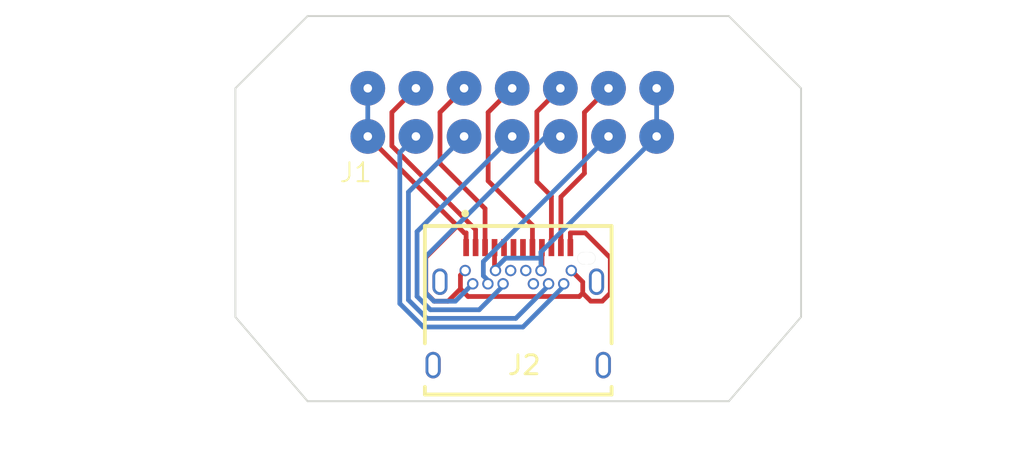
<source format=kicad_pcb>
(kicad_pcb (version 20221018) (generator pcbnew)
  (layers (0 "F.Cu" signal) (31 "B.Cu" signal) (34 "B.Paste" user) (35 "F.Paste" user) (36 "B.SilkS" user "B.Silkscreen") (37 "F.SilkS" user "F.Silkscreen") (38 "B.Mask" user) (39 "F.Mask" user) (44 "Edge.Cuts" user))
  (net 0 "")
  (net 1 "/GND")
  (net 2 "/CAN0_H")
  (net 3 "/CAN0_L")
  (net 4 "/VIN")
  (net 8 "/SBU1")
  (net 9 "/CAN1_L")
  (net 10 "/CAN1_H")
  (net 11 "/CAN2_H")
  (net 12 "/CAN2_L")
  (net 16 "/SBU2")
  (net 17 "/CAN3_L")
  (net 18 "/CAN3_H")
  (footprint "MountingHole:MountingHole_2mm" (layer "F.Cu") (at 152.4 81.28)
    (fp_text reference "REF**" hide)
    (fp_text value "MountingHole_2mm")
    (pad "" np_thru_hole circle (at 0 0) (size 2 2) (drill 2) (layers "*.Cu" "*.Mask"))
  )
  (footprint "MountingHole:MountingHole_2mm" (layer "F.Cu") (at 151.13 91.44)
    (fp_text reference "REF**" hide)
    (fp_text value "MountingHole_2mm")
    (pad "" np_thru_hole circle (at 0 0) (size 2 2) (drill 2) (layers "F&B.Cu" "*.Mask"))
  )
  (footprint "CommaPogo_Library:GCT_USB4056-03-A_REVA2" (layer "F.Cu") (at 140.0175 93.98)
    (fp_text reference "J2" (at 0.3175 0) (layer "F.SilkS"))
    (fp_text value "Conn_02x12_Row_Letter_Last")
    (fp_line (start -4.925 -7.34) (end -4.925 -1.15) (stroke (width 0.2)) (layer "F.SilkS"))
    (fp_line (start -4.925 -7.34) (end 4.925 -7.34) (stroke (width 0.2)) (layer "F.SilkS"))
    (fp_line (start -4.925 1.55) (end -4.925 1.15) (stroke (width 0.2)) (layer "F.SilkS"))
    (fp_line (start -4.925 1.55) (end 4.925 1.55) (stroke (width 0.2)) (layer "F.SilkS"))
    (fp_line (start 4.925 -1.15) (end 4.925 -7.34) (stroke (width 0.2)) (layer "F.SilkS"))
    (fp_line (start 4.925 1.55) (end 4.925 1.15) (stroke (width 0.2)) (layer "F.SilkS"))
    (fp_circle (center -2.8 -8) (end -2.7 -8) (stroke (width 0.2)) (fill none) (layer "F.SilkS"))
    (fp_line (start 3.45 -5.965) (end 3.75 -5.965) (stroke (width 0.01)) (layer "Edge.Cuts"))
    (fp_line (start 3.75 -5.315) (end 3.45 -5.315) (stroke (width 0.01)) (layer "Edge.Cuts"))
    (fp_arc (start 3.125 -5.64) (mid 3.22019 -5.86981) (end 3.45 -5.965) (stroke (width 0.01)) (layer "Edge.Cuts"))
    (fp_arc (start 3.45 -5.315) (mid 3.22019 -5.41019) (end 3.125 -5.64) (stroke (width 0.01)) (layer "Edge.Cuts"))
    (fp_arc (start 3.75 -5.965) (mid 3.97981 -5.86981) (end 4.075 -5.64) (stroke (width 0.01)) (layer "Edge.Cuts"))
    (fp_arc (start 4.075 -5.64) (mid 3.97981 -5.41019) (end 3.75 -5.315) (stroke (width 0.01)) (layer "Edge.Cuts"))
    (pad "" np_thru_hole circle (at -3.6 -5.64) (size 0.65 0.65) (drill 0.65) (layers "*.Cu" "*.Mask"))
    (pad "" np_thru_hole circle (at 3.6 -5.64) (size 0.65 0.65) (drill 0.65) (layers "*.Cu" "*.Mask"))
    (pad "A1" smd rect (at -2.75 -6.2) (size 0.3 0.9) (layers "F.Cu" "F.Paste" "F.Mask") (net 1 "/GND"))
    (pad "A2" smd rect (at -2.25 -6.2) (size 0.3 0.9) (layers "F.Cu" "F.Paste" "F.Mask") (net 2 "/CAN0_H"))
    (pad "A3" smd rect (at -1.75 -6.2) (size 0.3 0.9) (layers "F.Cu" "F.Paste" "F.Mask") (net 3 "/CAN0_L"))
    (pad "A4" smd rect (at -1.25 -6.2) (size 0.3 0.9) (layers "F.Cu" "F.Paste" "F.Mask") (net 4 "/VIN"))
    (pad "A5" smd rect (at -0.75 -6.2) (size 0.3 0.9) (layers "F.Cu" "F.Paste" "F.Mask"))
    (pad "A6" smd rect (at -0.25 -6.2) (size 0.3 0.9) (layers "F.Cu" "F.Paste" "F.Mask"))
    (pad "A7" smd rect (at 0.25 -6.2) (size 0.3 0.9) (layers "F.Cu" "F.Paste" "F.Mask"))
    (pad "A8" smd rect (at 0.75 -6.2) (size 0.3 0.9) (layers "F.Cu" "F.Paste" "F.Mask") (net 8 "/SBU1"))
    (pad "A9" smd rect (at 1.25 -6.2) (size 0.3 0.9) (layers "F.Cu" "F.Paste" "F.Mask") (net 4 "/VIN"))
    (pad "A10" smd rect (at 1.75 -6.2) (size 0.3 0.9) (layers "F.Cu" "F.Paste" "F.Mask") (net 9 "/CAN1_L"))
    (pad "A11" smd rect (at 2.25 -6.2) (size 0.3 0.9) (layers "F.Cu" "F.Paste" "F.Mask") (net 10 "/CAN1_H"))
    (pad "A12" smd rect (at 2.75 -6.2) (size 0.3 0.9) (layers "F.Cu" "F.Paste" "F.Mask") (net 1 "/GND"))
    (pad "B1" thru_hole circle (at 2.8 -4.99) (size 0.6 0.6) (drill 0.4) (layers "*.Cu" "*.Mask") (net 1 "/GND"))
    (pad "B2" thru_hole circle (at 2.4 -4.29) (size 0.6 0.6) (drill 0.4) (layers "*.Cu" "*.Mask") (net 11 "/CAN2_H"))
    (pad "B3" thru_hole circle (at 1.6 -4.29) (size 0.6 0.6) (drill 0.4) (layers "*.Cu" "*.Mask") (net 12 "/CAN2_L"))
    (pad "B4" thru_hole circle (at 1.2 -4.99) (size 0.6 0.6) (drill 0.4) (layers "*.Cu" "*.Mask") (net 4 "/VIN"))
    (pad "B5" thru_hole circle (at 0.8 -4.29) (size 0.6 0.6) (drill 0.4) (layers "*.Cu" "*.Mask"))
    (pad "B6" thru_hole circle (at 0.4 -4.99) (size 0.6 0.6) (drill 0.4) (layers "*.Cu" "*.Mask"))
    (pad "B7" thru_hole circle (at -0.4 -4.99) (size 0.6 0.6) (drill 0.4) (layers "*.Cu" "*.Mask"))
    (pad "B8" thru_hole circle (at -0.8 -4.29) (size 0.6 0.6) (drill 0.4) (layers "*.Cu" "*.Mask") (net 16 "/SBU2"))
    (pad "B9" thru_hole circle (at -1.2 -4.99) (size 0.6 0.6) (drill 0.4) (layers "*.Cu" "*.Mask") (net 4 "/VIN"))
    (pad "B10" thru_hole circle (at -1.6 -4.29) (size 0.6 0.6) (drill 0.4) (layers "*.Cu" "*.Mask") (net 17 "/CAN3_L"))
    (pad "B11" thru_hole circle (at -2.4 -4.29) (size 0.6 0.6) (drill 0.4) (layers "*.Cu" "*.Mask") (net 18 "/CAN3_H"))
    (pad "B12" thru_hole circle (at -2.8 -4.99) (size 0.6 0.6) (drill 0.4) (layers "*.Cu" "*.Mask") (net 1 "/GND"))
    (pad "S1" thru_hole oval (at -4.13 -4.4) (size 0.8 1.4) (drill oval 0.5 1.1) (layers "*.Cu" "*.Mask"))
    (pad "S2" thru_hole oval (at 4.13 -4.4) (size 0.8 1.4) (drill oval 0.5 1.1) (layers "*.Cu" "*.Mask"))
    (pad "S3" thru_hole oval (at -4.49 0) (size 0.8 1.4) (drill oval 0.5 1.1) (layers "*.Cu" "*.Mask"))
    (pad "S4" thru_hole oval (at 4.49 0) (size 0.8 1.4) (drill oval 0.5 1.1) (layers "*.Cu" "*.Mask"))
  )
  (footprint "MountingHole:MountingHole_2mm" (layer "F.Cu") (at 127.635 81.28)
    (fp_text reference "REF**" hide)
    (fp_text value "MountingHole_2mm")
    (pad "" np_thru_hole circle (at 0 0) (size 2 2) (drill 2) (layers "*.Cu" "*.Mask"))
  )
  (footprint "MountingHole:MountingHole_2mm" (layer "F.Cu") (at 129.54 91.44)
    (fp_text reference "REF**" hide)
    (fp_text value "MountingHole_2mm")
    (pad "" np_thru_hole circle (at 0 0) (size 2 2) (drill 2) (layers "F&B.Cu" "*.Mask"))
  )
  (footprint "CommaPogo_Library:2x7_Pogo_Male" (layer "F.Cu") (at 139.7 83.82)
    (fp_text reference "J1" (at -8.255 0 unlocked) (layer "F.SilkS") (effects (font (thickness 0.1))))
    (fp_text value "Conn_02x07_Row_Letter_Last")
    (pad "1" thru_hole circle (at -7.62 -4.445) (size 1.8288 1.8288) (drill 0.45) (layers "*.Cu" "*.Mask") (net 1 "/GND"))
    (pad "2" thru_hole circle (at -5.08 -4.445) (size 1.8288 1.8288) (drill 0.45) (layers "*.Cu" "*.Mask") (net 2 "/CAN0_H"))
    (pad "3" thru_hole circle (at -2.54 -4.445) (size 1.8288 1.8288) (drill 0.45) (layers "*.Cu" "*.Mask") (net 3 "/CAN0_L"))
    (pad "4" thru_hole circle (at 0 -4.445) (size 1.8288 1.8288) (drill 0.45) (layers "*.Cu" "*.Mask") (net 8 "/SBU1"))
    (pad "5" thru_hole circle (at 2.54 -4.445) (size 1.8288 1.8288) (drill 0.45) (layers "*.Cu" "*.Mask") (net 9 "/CAN1_L"))
    (pad "6" thru_hole circle (at 5.08 -4.445) (size 1.8288 1.8288) (drill 0.45) (layers "*.Cu" "*.Mask") (net 10 "/CAN1_H"))
    (pad "7" thru_hole circle (at 7.62 -4.445) (size 1.8288 1.8288) (drill 0.45) (layers "*.Cu" "*.Mask") (net 4 "/VIN"))
    (pad "8" thru_hole circle (at -7.62 -1.905) (size 1.8288 1.8288) (drill 0.45) (layers "*.Cu" "*.Mask") (net 1 "/GND"))
    (pad "9" thru_hole circle (at -5.08 -1.905) (size 1.8288 1.8288) (drill 0.45) (layers "*.Cu" "*.Mask") (net 11 "/CAN2_H"))
    (pad "10" thru_hole circle (at -2.54 -1.905) (size 1.8288 1.8288) (drill 0.45) (layers "*.Cu" "*.Mask") (net 12 "/CAN2_L"))
    (pad "11" thru_hole circle (at 0 -1.905) (size 1.8288 1.8288) (drill 0.45) (layers "*.Cu" "*.Mask") (net 16 "/SBU2"))
    (pad "12" thru_hole circle (at 2.54 -1.905) (size 1.8288 1.8288) (drill 0.45) (layers "*.Cu" "*.Mask") (net 18 "/CAN3_H"))
    (pad "13" thru_hole circle (at 5.08 -1.905) (size 1.8288 1.8288) (drill 0.45) (layers "*.Cu" "*.Mask") (net 17 "/CAN3_L"))
    (pad "14" thru_hole circle (at 7.62 -1.905) (size 1.8288 1.8288) (drill 0.45) (layers "*.Cu" "*.Mask") (net 4 "/VIN"))
  )
  (gr_line (start 151.13 75.565) (end 154.94 79.375) (stroke (width 0.1)) (layer "Edge.Cuts"))
  (gr_line (start 128.905 75.565) (end 151.13 75.565) (stroke (width 0.1)) (layer "Edge.Cuts"))
  (gr_line (start 154.94 79.375) (end 154.94 91.44) (stroke (width 0.1)) (layer "Edge.Cuts"))
  (gr_line (start 125.095 91.44) (end 128.905 95.885) (stroke (width 0.1)) (layer "Edge.Cuts"))
  (gr_line (start 154.94 91.44) (end 151.13 95.885) (stroke (width 0.1)) (layer "Edge.Cuts"))
  (gr_line (start 151.13 95.885) (end 128.905 95.885) (stroke (width 0.1)) (layer "Edge.Cuts"))
  (gr_line (start 125.095 91.44) (end 125.095 79.375) (stroke (width 0.1)) (layer "Edge.Cuts"))
  (gr_line (start 128.905 75.565) (end 125.095 79.375) (stroke (width 0.1)) (layer "Edge.Cuts"))
  (segment (start 143.8464 90.6069) (end 144.4486 90.6069) (width 0.25) (layer "F.Cu") (net 1))
  (segment (start 136.9684 89.9582) (end 136.3148 90.6118) (width 0.25) (layer "F.Cu") (net 1))
  (segment (start 135.5878 90.6118) (end 135.1395 90.1635) (width 0.25) (layer "F.Cu") (net 1))
  (segment (start 143.2421 90.3596) (end 137.3698 90.3596) (width 0.25) (layer "F.Cu") (net 1))
  (segment (start 136.8018 86.6368) (end 137.1681 87.0031) (width 0.25) (layer "F.Cu") (net 1))
  (segment (start 135.1395 88.2991) (end 136.8018 86.6368) (width 0.25) (layer "F.Cu") (net 1))
  (segment (start 144.8744 88.3214) (end 143.5561 87.0031) (width 0.25) (layer "F.Cu") (net 1))
  (segment (start 142.7675 87.78) (end 142.7675 87.0031) (width 0.25) (layer "F.Cu") (net 1))
  (segment (start 144.8744 90.1811) (end 144.8744 88.3214) (width 0.25) (layer "F.Cu") (net 1))
  (segment (start 143.4206 90.1811) (end 143.2421 90.3596) (width 0.25) (layer "F.Cu") (net 1))
  (segment (start 136.3148 90.6118) (end 135.5878 90.6118) (width 0.25) (layer "F.Cu") (net 1))
  (segment (start 137.1681 87.0031) (end 137.2675 87.0031) (width 0.25) (layer "F.Cu") (net 1))
  (segment (start 137.3698 90.3596) (end 136.9684 89.9582) (width 0.25) (layer "F.Cu") (net 1))
  (segment (start 143.4206 90.1811) (end 143.8464 90.6069) (width 0.25) (layer "F.Cu") (net 1))
  (segment (start 136.9684 89.9582) (end 136.9684 89.2391) (width 0.25) (layer "F.Cu") (net 1))
  (segment (start 142.8175 88.99) (end 143.4206 89.5931) (width 0.25) (layer "F.Cu") (net 1))
  (segment (start 135.1395 90.1635) (end 135.1395 88.2991) (width 0.25) (layer "F.Cu") (net 1))
  (segment (start 136.9684 89.2391) (end 137.2175 88.99) (width 0.25) (layer "F.Cu") (net 1))
  (segment (start 143.5561 87.0031) (end 142.7675 87.0031) (width 0.25) (layer "F.Cu") (net 1))
  (segment (start 144.4486 90.6069) (end 144.8744 90.1811) (width 0.25) (layer "F.Cu") (net 1))
  (segment (start 137.2675 87.78) (end 137.2675 87.0031) (width 0.25) (layer "F.Cu") (net 1))
  (segment (start 143.4206 89.5931) (end 143.4206 90.1811) (width 0.25) (layer "F.Cu") (net 1))
  (segment (start 132.08 81.915) (end 136.8018 86.6368) (width 0.25) (layer "F.Cu") (net 1))
  (segment (start 132.08 81.915) (end 132.08 79.375) (width 0.25) (layer "B.Cu") (net 1))
  (segment (start 134.62 79.375) (end 133.35 80.645) (width 0.25) (layer "F.Cu") (net 2))
  (segment (start 137.7675 86.8311) (end 137.7675 87.78) (width 0.25) (layer "F.Cu") (net 2))
  (segment (start 133.35 80.645) (end 133.35 82.4136) (width 0.25) (layer "F.Cu") (net 2))
  (segment (start 133.35 82.4136) (end 137.7675 86.8311) (width 0.25) (layer "F.Cu") (net 2))
  (segment (start 135.89 80.645) (end 135.89 83.3467) (width 0.25) (layer "F.Cu") (net 3))
  (segment (start 138.2675 85.7242) (end 138.2675 87.78) (width 0.25) (layer "F.Cu") (net 3))
  (segment (start 135.89 83.3467) (end 138.2675 85.7242) (width 0.25) (layer "F.Cu") (net 3))
  (segment (start 137.16 79.375) (end 135.89 80.645) (width 0.25) (layer "F.Cu") (net 3))
  (segment (start 141.2175 88.99) (end 141.2675 88.94) (width 0.25) (layer "F.Cu") (net 4))
  (segment (start 138.8175 88.99) (end 138.7675 88.94) (width 0.25) (layer "F.Cu") (net 4))
  (segment (start 138.7675 88.94) (end 138.7675 87.78) (width 0.25) (layer "F.Cu") (net 4))
  (segment (start 141.2675 88.94) (end 141.2675 87.78) (width 0.25) (layer "F.Cu") (net 4))
  (segment (start 138.8175 88.8711) (end 138.8175 88.99) (width 0.25) (layer "B.Cu") (net 4))
  (segment (start 147.32 81.915) (end 147.32 79.375) (width 0.25) (layer "B.Cu") (net 4))
  (segment (start 147.32 81.915) (end 141.2175 88.0175) (width 0.25) (layer "B.Cu") (net 4))
  (segment (start 139.351 88.3376) (end 138.8175 88.8711) (width 0.25) (layer "B.Cu") (net 4))
  (segment (start 141.2175 88.3376) (end 139.351 88.3376) (width 0.25) (layer "B.Cu") (net 4))
  (segment (start 141.2175 88.0175) (end 141.2175 88.3376) (width 0.25) (layer "B.Cu") (net 4))
  (segment (start 141.2175 88.3376) (end 141.2175 88.99) (width 0.25) (layer "B.Cu") (net 4))
  (segment (start 138.43 80.645) (end 138.43 84.2634) (width 0.25) (layer "F.Cu") (net 8))
  (segment (start 139.7 79.375) (end 138.43 80.645) (width 0.25) (layer "F.Cu") (net 8))
  (segment (start 138.43 84.2634) (end 140.7675 86.6009) (width 0.25) (layer "F.Cu") (net 8))
  (segment (start 140.7675 86.6009) (end 140.7675 87.78) (width 0.25) (layer "F.Cu") (net 8))
  (segment (start 141.7675 85.0665) (end 141.7675 87.78) (width 0.25) (layer "F.Cu") (net 9))
  (segment (start 140.9987 80.6163) (end 140.9987 84.2977) (width 0.25) (layer "F.Cu") (net 9))
  (segment (start 140.9987 84.2977) (end 141.7675 85.0665) (width 0.25) (layer "F.Cu") (net 9))
  (segment (start 142.24 79.375) (end 140.9987 80.6163) (width 0.25) (layer "F.Cu") (net 9))
  (segment (start 144.78 79.375) (end 143.51 80.645) (width 0.25) (layer "F.Cu") (net 10))
  (segment (start 143.51 83.8618) (end 142.2675 85.1043) (width 0.25) (layer "F.Cu") (net 10))
  (segment (start 143.51 80.645) (end 143.51 83.8618) (width 0.25) (layer "F.Cu") (net 10))
  (segment (start 142.2675 85.1043) (end 142.2675 87.78) (width 0.25) (layer "F.Cu") (net 10))
  (segment (start 140.2667 91.9691) (end 142.4175 89.8183) (width 0.25) (layer "B.Cu") (net 11))
  (segment (start 135.0064 91.9691) (end 140.2667 91.9691) (width 0.25) (layer "B.Cu") (net 11))
  (segment (start 142.4175 89.8183) (end 142.4175 89.69) (width 0.25) (layer "B.Cu") (net 11))
  (segment (start 134.62 81.915) (end 133.7694 82.7656) (width 0.25) (layer "B.Cu") (net 11))
  (segment (start 133.7694 82.7656) (end 133.7694 90.7321) (width 0.25) (layer "B.Cu") (net 11))
  (segment (start 133.7694 90.7321) (end 135.0064 91.9691) (width 0.25) (layer "B.Cu") (net 11))
  (segment (start 137.16 81.915) (end 134.2243 84.8507) (width 0.25) (layer "B.Cu") (net 12))
  (segment (start 134.2243 90.5435) (end 135.195 91.5142) (width 0.25) (layer "B.Cu") (net 12))
  (segment (start 139.8867 91.5142) (end 141.6175 89.7834) (width 0.25) (layer "B.Cu") (net 12))
  (segment (start 135.195 91.5142) (end 139.8867 91.5142) (width 0.25) (layer "B.Cu") (net 12))
  (segment (start 134.2243 84.8507) (end 134.2243 90.5435) (width 0.25) (layer "B.Cu") (net 12))
  (segment (start 141.6175 89.7834) (end 141.6175 89.69) (width 0.25) (layer "B.Cu") (net 12))
  (segment (start 134.6792 86.9358) (end 139.7 81.915) (width 0.25) (layer "B.Cu") (net 16))
  (segment (start 135.3836 91.0593) (end 134.6792 90.3549) (width 0.25) (layer "B.Cu") (net 16))
  (segment (start 137.959 91.0593) (end 135.3836 91.0593) (width 0.25) (layer "B.Cu") (net 16))
  (segment (start 139.2175 89.8008) (end 137.959 91.0593) (width 0.25) (layer "B.Cu") (net 16))
  (segment (start 134.6792 90.3549) (end 134.6792 86.9358) (width 0.25) (layer "B.Cu") (net 16))
  (segment (start 139.2175 89.69) (end 139.2175 89.8008) (width 0.25) (layer "B.Cu") (net 16))
  (segment (start 138.4175 89.5066) (end 138.4175 89.69) (width 0.25) (layer "B.Cu") (net 17))
  (segment (start 144.78 81.915) (end 138.1769 88.5181) (width 0.25) (layer "B.Cu") (net 17))
  (segment (start 138.1769 89.266) (end 138.4175 89.5066) (width 0.25) (layer "B.Cu") (net 17))
  (segment (start 138.1769 88.5181) (end 138.1769 89.266) (width 0.25) (layer "B.Cu") (net 17))
  (segment (start 136.7001 90.6074) (end 135.5708 90.6074) (width 0.25) (layer "B.Cu") (net 18))
  (segment (start 135.1311 90.1677) (end 135.1311 88.2641) (width 0.25) (layer "B.Cu") (net 18))
  (segment (start 137.6175 89.69) (end 136.7001 90.6074) (width 0.25) (layer "B.Cu") (net 18))
  (segment (start 135.5708 90.6074) (end 135.1311 90.1677) (width 0.25) (layer "B.Cu") (net 18))
  (segment (start 141.4802 81.915) (end 142.24 81.915) (width 0.25) (layer "B.Cu") (net 18))
  (segment (start 135.1311 88.2641) (end 141.4802 81.915) (width 0.25) (layer "B.Cu") (net 18))
)
</source>
